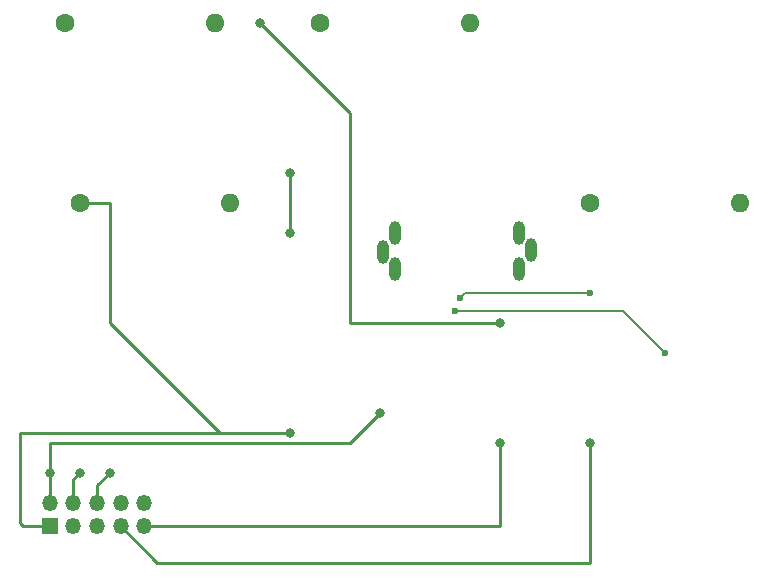
<source format=gbr>
%TF.GenerationSoftware,KiCad,Pcbnew,(7.0.0)*%
%TF.CreationDate,2023-08-04T16:20:27+02:00*%
%TF.ProjectId,PCH-1xxxJIG_THT_1.5,5043482d-3178-4787-984a-49475f544854,rev?*%
%TF.SameCoordinates,Original*%
%TF.FileFunction,Copper,L2,Bot*%
%TF.FilePolarity,Positive*%
%FSLAX46Y46*%
G04 Gerber Fmt 4.6, Leading zero omitted, Abs format (unit mm)*
G04 Created by KiCad (PCBNEW (7.0.0)) date 2023-08-04 16:20:27*
%MOMM*%
%LPD*%
G01*
G04 APERTURE LIST*
%TA.AperFunction,ComponentPad*%
%ADD10O,1.000000X2.000000*%
%TD*%
%TA.AperFunction,ComponentPad*%
%ADD11C,1.600000*%
%TD*%
%TA.AperFunction,ComponentPad*%
%ADD12O,1.600000X1.600000*%
%TD*%
%TA.AperFunction,ComponentPad*%
%ADD13R,1.350000X1.350000*%
%TD*%
%TA.AperFunction,ComponentPad*%
%ADD14O,1.350000X1.350000*%
%TD*%
%TA.AperFunction,ViaPad*%
%ADD15C,0.600000*%
%TD*%
%TA.AperFunction,ViaPad*%
%ADD16C,0.800000*%
%TD*%
%TA.AperFunction,Conductor*%
%ADD17C,0.250000*%
%TD*%
%TA.AperFunction,Conductor*%
%ADD18C,0.200000*%
%TD*%
%TA.AperFunction,Conductor*%
%ADD19C,0.150000*%
%TD*%
G04 APERTURE END LIST*
D10*
%TO.P,UDC,24*%
%TO.N,N/C*%
X76539999Y-58979999D03*
%TO.P,UDC,25*%
X76539999Y-55879999D03*
%TO.P,UDC,26*%
X77539999Y-57379999D03*
%TO.P,UDC,27*%
X66039999Y-55879999D03*
%TO.P,UDC,28*%
X66039999Y-58979999D03*
%TO.P,UDC,29*%
X65039999Y-57479999D03*
%TD*%
D11*
%TO.P,1k Ohms,1*%
%TO.N,N/C*%
X59690000Y-38100000D03*
D12*
%TO.P,1k Ohms,2*%
X72389999Y-38099999D03*
%TD*%
D11*
%TO.P,220 Ohms,1*%
%TO.N,N/C*%
X82550000Y-53340000D03*
D12*
%TO.P,220 Ohms,2*%
X95249999Y-53339999D03*
%TD*%
D11*
%TO.P,1k Ohms,1*%
%TO.N,N/C*%
X39370000Y-53340000D03*
D12*
%TO.P,1k Ohms,2*%
X52069999Y-53339999D03*
%TD*%
D11*
%TO.P,1k Ohms,1*%
%TO.N,N/C*%
X38100000Y-38100000D03*
D12*
%TO.P,1k Ohms,2*%
X50799999Y-38099999D03*
%TD*%
D13*
%TO.P,Pin Header,1*%
%TO.N,N/C*%
X36829999Y-80739999D03*
D14*
%TO.P,Pin Header,2*%
X36829999Y-78739999D03*
%TO.P,Pin Header,3*%
X38829999Y-80739999D03*
%TO.P,Pin Header,4*%
X38829999Y-78739999D03*
%TO.P,Pin Header,5*%
X40829999Y-80739999D03*
%TO.P,Pin Header,6*%
X40829999Y-78739999D03*
%TO.P,Pin Header,7*%
X42829999Y-80739999D03*
%TO.P,Pin Header,8*%
X42829999Y-78739999D03*
%TO.P,Pin Header,9*%
X44829999Y-80739999D03*
%TO.P,Pin Header,10*%
X44829999Y-78739999D03*
%TD*%
D15*
%TO.N,*%
X88900000Y-66040000D03*
X71120000Y-62500000D03*
X82550000Y-60960000D03*
X71540000Y-61380000D03*
D16*
X82550000Y-73660000D03*
X54610000Y-38100000D03*
X74930000Y-73660000D03*
X57150000Y-72840000D03*
X57150000Y-55880000D03*
X57150000Y-50800000D03*
X39370000Y-76200000D03*
X36830000Y-76200000D03*
X57150000Y-50800000D03*
X57150000Y-55880000D03*
X41910000Y-76200000D03*
X64770000Y-71120000D03*
X74930000Y-63500000D03*
%TD*%
D17*
%TO.N,*%
X74930000Y-80740000D02*
X44830000Y-80740000D01*
X74930000Y-73660000D02*
X74930000Y-80740000D01*
D18*
X85360000Y-62500000D02*
X88900000Y-66040000D01*
X71120000Y-62500000D02*
X85360000Y-62500000D01*
D19*
X81280000Y-60960000D02*
X82550000Y-60960000D01*
X71960000Y-60960000D02*
X81280000Y-60960000D01*
X71540000Y-61380000D02*
X71960000Y-60960000D01*
D17*
X45910000Y-83820000D02*
X42830000Y-80740000D01*
X52070000Y-72840000D02*
X57150000Y-72840000D01*
X40830000Y-77280000D02*
X40830000Y-78740000D01*
X36830000Y-76200000D02*
X36830000Y-78740000D01*
X38830000Y-76740000D02*
X38830000Y-78740000D01*
X36830000Y-76200000D02*
X36830000Y-73660000D01*
X54610000Y-38100000D02*
X62230000Y-45720000D01*
X39370000Y-76200000D02*
X38830000Y-76740000D01*
X51250000Y-72840000D02*
X52070000Y-72840000D01*
X62230000Y-63500000D02*
X74930000Y-63500000D01*
X57150000Y-55880000D02*
X57150000Y-50800000D01*
X41910000Y-76200000D02*
X40830000Y-77280000D01*
X36830000Y-73660000D02*
X62230000Y-73660000D01*
X39370000Y-53340000D02*
X41910000Y-53340000D01*
X62230000Y-45720000D02*
X62230000Y-63500000D01*
X34290000Y-72840000D02*
X52070000Y-72840000D01*
X82550000Y-83820000D02*
X45910000Y-83820000D01*
X62230000Y-73660000D02*
X64770000Y-71120000D01*
X34570000Y-80740000D02*
X34290000Y-80460000D01*
X41910000Y-63500000D02*
X51250000Y-72840000D01*
X41910000Y-53340000D02*
X41910000Y-63500000D01*
X82550000Y-83820000D02*
X82550000Y-73660000D01*
X34290000Y-80460000D02*
X34290000Y-72840000D01*
X36830000Y-80740000D02*
X34570000Y-80740000D01*
%TD*%
M02*

</source>
